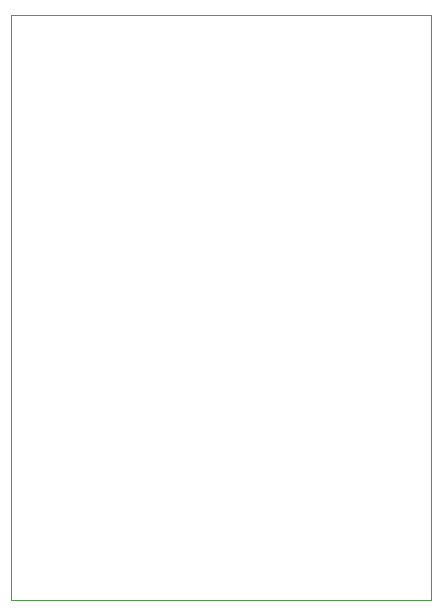
<source format=gbr>
G04 #@! TF.GenerationSoftware,KiCad,Pcbnew,5.1.1-8be2ce7~80~ubuntu18.04.1*
G04 #@! TF.CreationDate,2019-04-20T17:41:40+02:00*
G04 #@! TF.ProjectId,EH19,45483139-2e6b-4696-9361-645f70636258,rev?*
G04 #@! TF.SameCoordinates,Original*
G04 #@! TF.FileFunction,Profile,NP*
%FSLAX46Y46*%
G04 Gerber Fmt 4.6, Leading zero omitted, Abs format (unit mm)*
G04 Created by KiCad (PCBNEW 5.1.1-8be2ce7~80~ubuntu18.04.1) date 2019-04-20 17:41:40*
%MOMM*%
%LPD*%
G04 APERTURE LIST*
%ADD10C,0.100000*%
G04 APERTURE END LIST*
D10*
X132080000Y-114300000D02*
X132080000Y-64770000D01*
X167640000Y-114300000D02*
X132080000Y-114300000D01*
X167640000Y-64770000D02*
X167640000Y-114300000D01*
X132080000Y-64770000D02*
X167640000Y-64770000D01*
M02*

</source>
